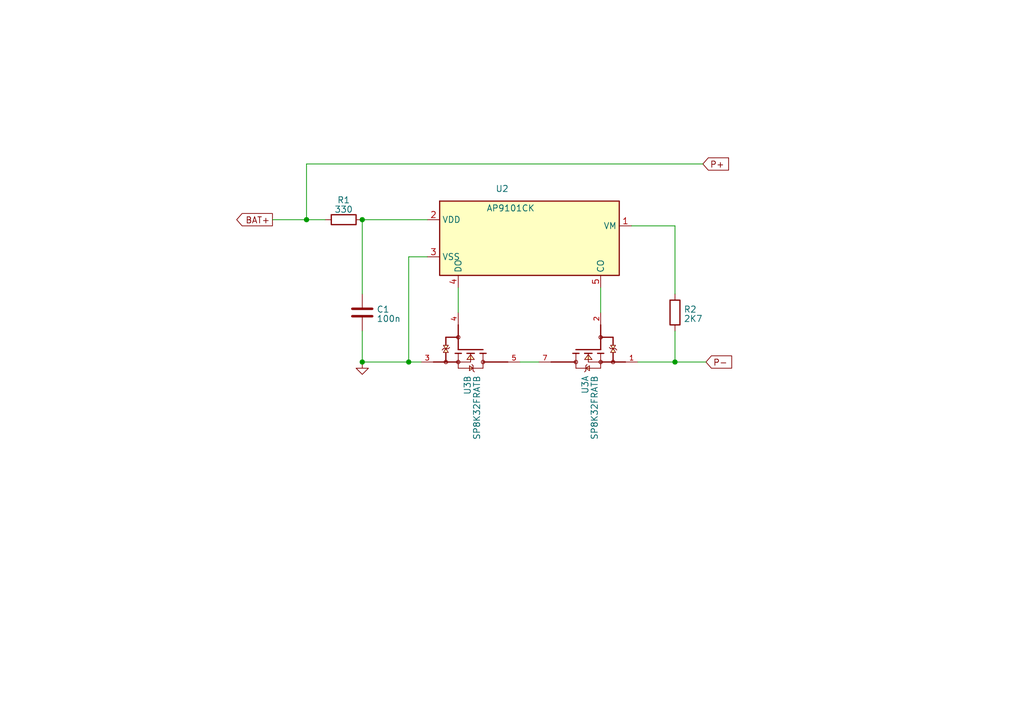
<source format=kicad_sch>
(kicad_sch (version 20230121) (generator eeschema)
  (paper "A5")
  (title_block (title "Battery management system") (date "2023-11-06") (rev "V0.1") (company "HHS Living Labs"))
  (lib_symbols
    (symbol "Battery_Management:AP9101CK"
      (property "Reference" "U2" (at 3.81 10.16 0))
      (property "Value" "AP9101CK" (at 1.9559 6.1689 0))
      (symbol "AP9101CK_0_1"
        (rectangle (start -7.62 7.62) (end 29.21 -7.62) (stroke (width 0.254)) (fill (type background)))
      )
      (symbol "AP9101CK_1_1"
        (pin bidirectional line (at 31.75 2.54 180) (length 2.54) (name "VM") (number "1"))
        (pin passive line (at -10.16 3.81 0) (length 2.54) (name "VDD") (number "2"))
        (pin passive line (at -10.16 -3.81 0) (length 2.54) (name "VSS") (number "3"))
        (pin bidirectional line (at -3.81 -10.16 90) (length 2.54) (name "DO") (number "4"))
        (pin bidirectional line (at 25.4 -10.16 90) (length 2.54) (name "CO") (number "5"))
      )
    )
    (symbol "Device:C" (pin_numbers hide) (pin_names (offset 0.254))
      (property "Reference" "C" (at 0.635 2.54 0))
      (property "Value" "C" (at 0.635 -2.54 0))
      (symbol "C_0_1"
        (polyline (pts (xy -2.032 -0.762) (xy 2.032 -0.762)) (stroke (width 0.508)))
        (polyline (pts (xy -2.032 0.762) (xy 2.032 0.762)) (stroke (width 0.508)))
      )
      (symbol "C_1_1"
        (pin passive line (at 0 3.81 270) (length 2.794) (name "~") (number "1"))
        (pin passive line (at 0 -3.81 90) (length 2.794) (name "~") (number "2"))
      )
    )
    (symbol "Device:R" (pin_numbers hide) (pin_names (offset 0))
      (property "Reference" "R" (at 2.032 0 90))
      (property "Value" "R" (at 0 0 90))
      (symbol "R_0_1"
        (rectangle (start -1.016 -2.54) (end 1.016 2.54) (stroke (width 0.254)))
      )
      (symbol "R_1_1"
        (pin passive line (at 0 3.81 270) (length 1.27) (name "~") (number "1"))
        (pin passive line (at 0 -3.81 90) (length 1.27) (name "~") (number "2"))
      )
    )
    (symbol "SP8K32FRATB:SP8K32FRATB" (pin_names (offset 1.016) hide)
      (property "Reference" "U" (at 6.35 0 0))
      (property "Value" "SP8K32FRATB" (at 6.35 -2.54 0))
      (symbol "SP8K32FRATB_1_0"
        (circle (center -2.54 -2.54) (radius 0.3556))
        (polyline (pts (xy -2.54 -5.08) (xy -2.54 -2.54)) (stroke (width 0.254)))
        (polyline (pts (xy -2.54 -2.54) (xy -5.08 -2.54)) (stroke (width 0.254)))
        (polyline (pts (xy -0.9652 -5.08) (xy -2.54 -5.08)) (stroke (width 0.254)))
        (polyline (pts (xy -0.4572 -4.318) (xy -0.2032 -4.572)) (stroke (width 0.1524)))
        (polyline (pts (xy -0.2032 -5.588) (xy 0.0762 -5.842)) (stroke (width 0.1524)))
        (polyline (pts (xy -0.2032 -5.08) (xy -0.2032 -5.588)) (stroke (width 0.1524)))
        (polyline (pts (xy -0.2032 -4.572) (xy -0.2032 -5.08)) (stroke (width 0.1524)))
        (polyline (pts (xy 0 -2.54) (xy -2.54 -2.54)) (stroke (width 0.254)))
        (polyline (pts (xy 0 2.54) (xy 0 -2.54)) (stroke (width 0.254)))
        (polyline (pts (xy 0.635 -5.08) (xy 2.54 -5.08)) (stroke (width 0.254)))
        (polyline (pts (xy 0.762 -2.54) (xy 0.762 -3.175)) (stroke (width 0.254)))
        (polyline (pts (xy 0.762 -1.905) (xy 0.762 -2.54)) (stroke (width 0.254)))
        (polyline (pts (xy 0.762 0) (xy 0.762 -0.762)) (stroke (width 0.254)))
        (polyline (pts (xy 0.762 0) (xy 2.54 0)) (stroke (width 0.1524)))
        (polyline (pts (xy 0.762 0.762) (xy 0.762 0)) (stroke (width 0.254)))
        (polyline (pts (xy 0.762 2.54) (xy 0.762 1.905)) (stroke (width 0.254)))
        (polyline (pts (xy 0.762 2.54) (xy 2.54 2.54)) (stroke (width 0.1524)))
        (polyline (pts (xy 0.762 3.175) (xy 0.762 2.54)) (stroke (width 0.254)))
        (polyline (pts (xy 2.54 -5.08) (xy 2.54 -7.62)) (stroke (width 0.254)))
        (polyline (pts (xy 2.54 -2.54) (xy 0.762 -2.54)) (stroke (width 0.1524)))
        (polyline (pts (xy 2.54 -2.54) (xy 2.54 -5.08)) (stroke (width 0.254)))
        (polyline (pts (xy 2.54 -2.54) (xy 3.81 -2.54)) (stroke (width 0.1524)))
        (polyline (pts (xy 2.54 0) (xy 2.54 -2.54)) (stroke (width 0.1524)))
        (polyline (pts (xy 2.54 2.54) (xy 2.54 7.62)) (stroke (width 0.254)))
        (polyline (pts (xy 2.54 2.54) (xy 3.81 2.54)) (stroke (width 0.1524)))
        (polyline (pts (xy 3.302 0.508) (xy 3.048 0.254)) (stroke (width 0.1524)))
        (polyline (pts (xy 3.81 0.508) (xy 3.302 0.508)) (stroke (width 0.1524)))
        (polyline (pts (xy 3.81 0.508) (xy 3.81 -2.54)) (stroke (width 0.1524)))
        (polyline (pts (xy 3.81 2.54) (xy 3.81 0.508)) (stroke (width 0.1524)))
        (polyline (pts (xy 4.318 0.508) (xy 3.81 0.508)) (stroke (width 0.1524)))
        (polyline (pts (xy 4.572 0.762) (xy 4.318 0.508)) (stroke (width 0.1524)))
        (polyline (pts (xy -0.2032 -5.08) (xy 0.5842 -5.588) (xy 0.5842 -4.572) (xy -0.2032 -5.08)) (stroke (width 0.1524)) (fill (type background)))
        (polyline (pts (xy -0.127 -5.08) (xy -0.889 -4.572) (xy -0.889 -5.588) (xy -0.127 -5.08)) (stroke (width 0.1524)) (fill (type background)))
        (polyline (pts (xy 1.016 0) (xy 2.032 0.762) (xy 2.032 -0.762) (xy 1.016 0)) (stroke (width 0.1524)) (fill (type background)))
        (polyline (pts (xy 3.81 0.508) (xy 3.302 -0.254) (xy 4.318 -0.254) (xy 3.81 0.508)) (stroke (width 0.1524)) (fill (type background)))
        (circle (center 2.54 -5.08) (radius 0.3556))
        (circle (center 2.54 -2.54) (radius 0.3556))
        (circle (center 2.54 2.54) (radius 0.3556))
        (pin passive line (at 2.54 -10.16 90) (length 2.54) (name "~") (number "1"))
        (pin passive line (at -7.62 -2.54 0) (length 2.54) (name "~") (number "2"))
        (pin passive line (at 2.54 10.16 270) (length 2.54) (name "~") (number "7"))
      )
      (symbol "SP8K32FRATB_2_0"
        (circle (center -2.54 -2.54) (radius 0.3556))
        (polyline (pts (xy -2.54 -5.08) (xy -2.54 -2.54)) (stroke (width 0.254)))
        (polyline (pts (xy -2.54 -2.54) (xy -5.08 -2.54)) (stroke (width 0.254)))
        (polyline (pts (xy -0.9652 -5.08) (xy -2.54 -5.08)) (stroke (width 0.254)))
        (polyline (pts (xy -0.4572 -4.318) (xy -0.2032 -4.572)) (stroke (width 0.1524)))
        (polyline (pts (xy -0.2032 -5.588) (xy 0.0762 -5.842)) (stroke (width 0.1524)))
        (polyline (pts (xy -0.2032 -5.08) (xy -0.2032 -5.588)) (stroke (width 0.1524)))
        (polyline (pts (xy -0.2032 -4.572) (xy -0.2032 -5.08)) (stroke (width 0.1524)))
        (polyline (pts (xy 0 -2.54) (xy -2.54 -2.54)) (stroke (width 0.254)))
        (polyline (pts (xy 0 2.54) (xy 0 -2.54)) (stroke (width 0.254)))
        (polyline (pts (xy 0.635 -5.08) (xy 2.54 -5.08)) (stroke (width 0.254)))
        (polyline (pts (xy 0.762 -2.54) (xy 0.762 -3.175)) (stroke (width 0.254)))
        (polyline (pts (xy 0.762 -1.905) (xy 0.762 -2.54)) (stroke (width 0.254)))
        (polyline (pts (xy 0.762 0) (xy 0.762 -0.762)) (stroke (width 0.254)))
        (polyline (pts (xy 0.762 0) (xy 2.54 0)) (stroke (width 0.1524)))
        (polyline (pts (xy 0.762 0.762) (xy 0.762 0)) (stroke (width 0.254)))
        (polyline (pts (xy 0.762 2.54) (xy 0.762 1.905)) (stroke (width 0.254)))
        (polyline (pts (xy 0.762 2.54) (xy 2.54 2.54)) (stroke (width 0.1524)))
        (polyline (pts (xy 0.762 3.175) (xy 0.762 2.54)) (stroke (width 0.254)))
        (polyline (pts (xy 2.54 -5.08) (xy 2.54 -7.62)) (stroke (width 0.254)))
        (polyline (pts (xy 2.54 -2.54) (xy 0.762 -2.54)) (stroke (width 0.1524)))
        (polyline (pts (xy 2.54 -2.54) (xy 2.54 -5.08)) (stroke (width 0.254)))
        (polyline (pts (xy 2.54 -2.54) (xy 3.81 -2.54)) (stroke (width 0.1524)))
        (polyline (pts (xy 2.54 0) (xy 2.54 -2.54)) (stroke (width 0.1524)))
        (polyline (pts (xy 2.54 2.54) (xy 2.54 7.62)) (stroke (width 0.254)))
        (polyline (pts (xy 2.54 2.54) (xy 3.81 2.54)) (stroke (width 0.1524)))
        (polyline (pts (xy 3.302 0.508) (xy 3.048 0.254)) (stroke (width 0.1524)))
        (polyline (pts (xy 3.81 0.508) (xy 3.302 0.508)) (stroke (width 0.1524)))
        (polyline (pts (xy 3.81 0.508) (xy 3.81 -2.54)) (stroke (width 0.1524)))
        (polyline (pts (xy 3.81 2.54) (xy 3.81 0.508)) (stroke (width 0.1524)))
        (polyline (pts (xy 4.318 0.508) (xy 3.81 0.508)) (stroke (width 0.1524)))
        (polyline (pts (xy 4.572 0.762) (xy 4.318 0.508)) (stroke (width 0.1524)))
        (polyline (pts (xy -0.2032 -5.08) (xy 0.5842 -5.588) (xy 0.5842 -4.572) (xy -0.2032 -5.08)) (stroke (width 0.1524)) (fill (type background)))
        (polyline (pts (xy -0.127 -5.08) (xy -0.889 -4.572) (xy -0.889 -5.588) (xy -0.127 -5.08)) (stroke (width 0.1524)) (fill (type background)))
        (polyline (pts (xy 1.016 0) (xy 2.032 0.762) (xy 2.032 -0.762) (xy 1.016 0)) (stroke (width 0.1524)) (fill (type background)))
        (polyline (pts (xy 3.81 0.508) (xy 3.302 -0.254) (xy 4.318 -0.254) (xy 3.81 0.508)) (stroke (width 0.1524)) (fill (type background)))
        (circle (center 2.54 -5.08) (radius 0.3556))
        (circle (center 2.54 -2.54) (radius 0.3556))
        (circle (center 2.54 2.54) (radius 0.3556))
        (pin passive line (at 2.54 -10.16 90) (length 2.54) (name "~") (number "3"))
        (pin passive line (at -7.62 -2.54 0) (length 2.54) (name "~") (number "4"))
        (pin passive line (at 2.54 10.16 270) (length 2.54) (name "~") (number "5"))
      )
    )
    (symbol "power:GND" (power) (pin_names (offset 0))
      (property "Value" "GND" (at 0 -3.81 0))
      (symbol "GND_0_1"
        (polyline (pts (xy 0 0) (xy 0 -1.27) (xy 1.27 -1.27) (xy 0 -2.54) (xy -1.27 -1.27) (xy 0 -1.27)))
      )
      (symbol "GND_1_1"
        (pin power_in line (at 0 0 270) (length 0) hide (name "GND") (number "1"))
      )
    )
  )
  (junction (at 83.82 74.295))
  (junction (at 138.43 74.295))
  (junction (at 74.295 45.085))
  (junction (at 74.295 74.295))
  (junction (at 62.865 45.085))
  (wire (pts (xy 130.81 74.295) (xy 138.43 74.295)))
  (wire (pts (xy 62.865 45.085) (xy 66.675 45.085)))
  (wire (pts (xy 138.43 46.355) (xy 138.43 60.325)))
  (wire (pts (xy 83.82 74.295) (xy 86.36 74.295)))
  (wire (pts (xy 83.82 52.705) (xy 83.82 74.295)))
  (wire (pts (xy 138.43 67.945) (xy 138.43 74.295)))
  (wire (pts (xy 74.295 74.295) (xy 83.82 74.295)))
  (wire (pts (xy 138.43 74.295) (xy 144.78 74.295)))
  (wire (pts (xy 74.295 67.945) (xy 74.295 74.295)))
  (wire (pts (xy 93.98 59.055) (xy 93.98 64.135)))
  (wire (pts (xy 87.63 52.705) (xy 83.82 52.705)))
  (wire (pts (xy 62.865 33.655) (xy 144.145 33.655)))
  (wire (pts (xy 123.19 59.055) (xy 123.19 64.135)))
  (wire (pts (xy 129.54 46.355) (xy 138.43 46.355)))
  (wire (pts (xy 106.68 74.295) (xy 110.49 74.295)))
  (wire (pts (xy 74.295 60.325) (xy 74.295 45.085)))
  (wire (pts (xy 74.295 45.085) (xy 87.63 45.085)))
  (wire (pts (xy 62.865 45.085) (xy 62.865 33.655)))
  (wire (pts (xy 55.88 45.085) (xy 62.865 45.085)))
  (global_label "P+" (shape input) (at 144.145 33.655 0) (property "Intersheetrefs" "${INTERSHEET_REFS}" (effects hide)))
  (global_label "BAT+" (shape output) (at 55.88 45.085 180) (property "Intersheetrefs" "${INTERSHEET_REFS}" (effects hide)))
  (global_label "P-" (shape input) (at 144.78 74.295 0) (property "Intersheetrefs" "${INTERSHEET_REFS}" (effects hide)))
  (symbol (lib_id "power:GND") (at 74.295 74.295 0) (unit 1)
    (property "Reference" "#PWR01" (effects hide))
    (property "Value" "GND" (effects hide))
  )
  (symbol (lib_id "Device:R") (at 70.485 45.085 90) (unit 1)
    (property "Reference" "R1" (at 70.485 41.0591 90))
    (property "Value" "330" (at 70.485 42.9801 90))
    (property "Footprint" "Resistor_SMD:R_0603_1608Metric" (effects hide))
  )
  (symbol (lib_id "Device:R") (at 138.43 64.135 180) (unit 1)
    (property "Reference" "R2" (at 140.208 63.4913 0) (effects (justify right)))
    (property "Value" "2K7" (at 140.208 65.4123 0) (effects (justify right)))
    (property "Footprint" "Resistor_SMD:R_0603_1608Metric" (effects hide))
  )
  (symbol (lib_id "SP8K32FRATB:SP8K32FRATB") (at 96.52 71.755 270) (unit 2)
    (property "Reference" "U3" (at 95.8763 77.0382 0) (effects (justify left)))
    (property "Value" "SP8K32FRATB" (at 97.7973 77.0382 0) (effects (justify left)))
    (property "Footprint" "MOSFET footprint:SOIC127P600X175-8N" (effects hide))
    (property "MF" "Rohm" (effects hide))
    (property "Description" "\\nMosfet Array 2 N-Channel (Dual) 60V 4.5A (Ta) 2W Surface Mount 8-SOP\\n" (effects hide))
    (property "Package" "SOP-8 Rohm" (effects hide))
    (property "Price" "None" (effects hide))
    (property "Check_prices" "https://www.snapeda.com/parts/SP8K32FRATB/Rohm/view-part/?ref=eda" (effects hide))
    (property "STANDARD" "IPC-7351B" (effects hide))
    (property "PARTREV" "001" (effects hide))
    (property "SnapEDA_Link" "https://www.snapeda.com/parts/SP8K32FRATB/Rohm/view-part/?ref=snap" (effects hide))
    (property "MP" "SP8K32FRATB" (effects hide))
    (property "Purchase-URL" "https://www.snapeda.com/api/url_track_click_mouser/?unipart_id=2877952&manufacturer=Rohm&part_name=SP8K32FRATB&search_term=sp8k32fratb" (effects hide))
    (property "Availability" "In Stock" (effects hide))
    (property "MANUFACTURER" "ROHM" (effects hide))
  )
  (symbol (lib_id "SP8K32FRATB:SP8K32FRATB") (at 120.65 71.755 90) (mirror x) (unit 1)
    (property "Reference" "U3" (at 120.0063 77.0382 0) (effects (justify left)))
    (property "Value" "SP8K32FRATB" (at 121.9273 77.0382 0) (effects (justify left)))
    (property "Footprint" "MOSFET footprint:SOIC127P600X175-8N" (effects hide))
    (property "MF" "Rohm" (effects hide))
    (property "Description" "\\nMosfet Array 2 N-Channel (Dual) 60V 4.5A (Ta) 2W Surface Mount 8-SOP\\n" (effects hide))
    (property "Package" "SOP-8 Rohm" (effects hide))
    (property "Price" "None" (effects hide))
    (property "Check_prices" "https://www.snapeda.com/parts/SP8K32FRATB/Rohm/view-part/?ref=eda" (effects hide))
    (property "STANDARD" "IPC-7351B" (effects hide))
    (property "PARTREV" "001" (effects hide))
    (property "SnapEDA_Link" "https://www.snapeda.com/parts/SP8K32FRATB/Rohm/view-part/?ref=snap" (effects hide))
    (property "MP" "SP8K32FRATB" (effects hide))
    (property "Purchase-URL" "https://www.snapeda.com/api/url_track_click_mouser/?unipart_id=2877952&manufacturer=Rohm&part_name=SP8K32FRATB&search_term=sp8k32fratb" (effects hide))
    (property "Availability" "In Stock" (effects hide))
    (property "MANUFACTURER" "ROHM" (effects hide))
  )
  (symbol (lib_id "Battery_Management:AP9101CK") (at 97.79 48.895 0) (unit 1)
    (property "Reference" "U2" (at 101.6 38.735 0) (effects (justify left)))
    (property "Value" "AP9101CK" (at 99.7459 42.7261 0) (effects (justify left)))
    (property "Footprint" "Package_TO_SOT_SMD:SOT-23-5" (effects hide))
    (property "Datasheet" "https://www.diodes.com/assets/Datasheets/AP9101C.pdf" (effects hide))
  )
  (symbol (lib_id "Device:C") (at 74.295 64.135 0) (unit 1)
    (property "Reference" "C1" (at 77.216 63.4913 0) (effects (justify left)))
    (property "Value" "100n" (at 77.216 65.4123 0) (effects (justify left)))
    (property "Footprint" "Capacitor_SMD:C_0603_1608Metric" (effects hide))
  )
)
</source>
